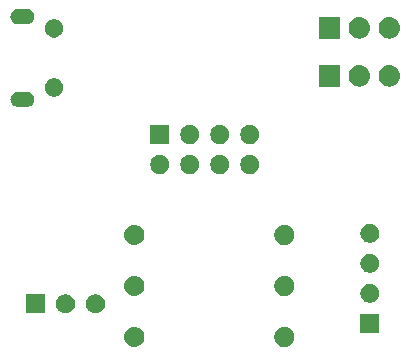
<source format=gbr>
G04 #@! TF.GenerationSoftware,KiCad,Pcbnew,5.1.2*
G04 #@! TF.CreationDate,2019-06-25T15:37:04+02:00*
G04 #@! TF.ProjectId,esp01-tempsensor,65737030-312d-4746-956d-7073656e736f,rev?*
G04 #@! TF.SameCoordinates,Original*
G04 #@! TF.FileFunction,Soldermask,Bot*
G04 #@! TF.FilePolarity,Negative*
%FSLAX46Y46*%
G04 Gerber Fmt 4.6, Leading zero omitted, Abs format (unit mm)*
G04 Created by KiCad (PCBNEW 5.1.2) date 2019-06-25 15:37:04*
%MOMM*%
%LPD*%
G04 APERTURE LIST*
%ADD10C,0.100000*%
G04 APERTURE END LIST*
D10*
G36*
X147314228Y-132023703D02*
G01*
X147469100Y-132087853D01*
X147608481Y-132180985D01*
X147727015Y-132299519D01*
X147820147Y-132438900D01*
X147884297Y-132593772D01*
X147917000Y-132758184D01*
X147917000Y-132925816D01*
X147884297Y-133090228D01*
X147820147Y-133245100D01*
X147727015Y-133384481D01*
X147608481Y-133503015D01*
X147469100Y-133596147D01*
X147314228Y-133660297D01*
X147149816Y-133693000D01*
X146982184Y-133693000D01*
X146817772Y-133660297D01*
X146662900Y-133596147D01*
X146523519Y-133503015D01*
X146404985Y-133384481D01*
X146311853Y-133245100D01*
X146247703Y-133090228D01*
X146215000Y-132925816D01*
X146215000Y-132758184D01*
X146247703Y-132593772D01*
X146311853Y-132438900D01*
X146404985Y-132299519D01*
X146523519Y-132180985D01*
X146662900Y-132087853D01*
X146817772Y-132023703D01*
X146982184Y-131991000D01*
X147149816Y-131991000D01*
X147314228Y-132023703D01*
X147314228Y-132023703D01*
G37*
G36*
X134532823Y-132003313D02*
G01*
X134693242Y-132051976D01*
X134760361Y-132087852D01*
X134841078Y-132130996D01*
X134970659Y-132237341D01*
X135077004Y-132366922D01*
X135077005Y-132366924D01*
X135156024Y-132514758D01*
X135204687Y-132675177D01*
X135221117Y-132842000D01*
X135204687Y-133008823D01*
X135156024Y-133169242D01*
X135115477Y-133245100D01*
X135077004Y-133317078D01*
X134970659Y-133446659D01*
X134841078Y-133553004D01*
X134841076Y-133553005D01*
X134693242Y-133632024D01*
X134532823Y-133680687D01*
X134407804Y-133693000D01*
X134324196Y-133693000D01*
X134199177Y-133680687D01*
X134038758Y-133632024D01*
X133890924Y-133553005D01*
X133890922Y-133553004D01*
X133761341Y-133446659D01*
X133654996Y-133317078D01*
X133616523Y-133245100D01*
X133575976Y-133169242D01*
X133527313Y-133008823D01*
X133510883Y-132842000D01*
X133527313Y-132675177D01*
X133575976Y-132514758D01*
X133654995Y-132366924D01*
X133654996Y-132366922D01*
X133761341Y-132237341D01*
X133890922Y-132130996D01*
X133971639Y-132087852D01*
X134038758Y-132051976D01*
X134199177Y-132003313D01*
X134324196Y-131991000D01*
X134407804Y-131991000D01*
X134532823Y-132003313D01*
X134532823Y-132003313D01*
G37*
G36*
X155106000Y-132500000D02*
G01*
X153504000Y-132500000D01*
X153504000Y-130898000D01*
X155106000Y-130898000D01*
X155106000Y-132500000D01*
X155106000Y-132500000D01*
G37*
G36*
X126795000Y-130859000D02*
G01*
X125173000Y-130859000D01*
X125173000Y-129237000D01*
X126795000Y-129237000D01*
X126795000Y-130859000D01*
X126795000Y-130859000D01*
G37*
G36*
X128760560Y-129268166D02*
G01*
X128871274Y-129314025D01*
X128908153Y-129329301D01*
X128958117Y-129362686D01*
X129040982Y-129418055D01*
X129153945Y-129531018D01*
X129242700Y-129663849D01*
X129303834Y-129811440D01*
X129327262Y-129929218D01*
X129335000Y-129968123D01*
X129335000Y-130127877D01*
X129303834Y-130284560D01*
X129242699Y-130432153D01*
X129153945Y-130564982D01*
X129040982Y-130677945D01*
X128908153Y-130766699D01*
X128908152Y-130766700D01*
X128908151Y-130766700D01*
X128760560Y-130827834D01*
X128603878Y-130859000D01*
X128444122Y-130859000D01*
X128287440Y-130827834D01*
X128139849Y-130766700D01*
X128139848Y-130766700D01*
X128139847Y-130766699D01*
X128007018Y-130677945D01*
X127894055Y-130564982D01*
X127805301Y-130432153D01*
X127744166Y-130284560D01*
X127713000Y-130127877D01*
X127713000Y-129968123D01*
X127720739Y-129929218D01*
X127744166Y-129811440D01*
X127805300Y-129663849D01*
X127894055Y-129531018D01*
X128007018Y-129418055D01*
X128089883Y-129362686D01*
X128139847Y-129329301D01*
X128176727Y-129314025D01*
X128287440Y-129268166D01*
X128444122Y-129237000D01*
X128603878Y-129237000D01*
X128760560Y-129268166D01*
X128760560Y-129268166D01*
G37*
G36*
X131300560Y-129268166D02*
G01*
X131411274Y-129314025D01*
X131448153Y-129329301D01*
X131498117Y-129362686D01*
X131580982Y-129418055D01*
X131693945Y-129531018D01*
X131782700Y-129663849D01*
X131843834Y-129811440D01*
X131867262Y-129929218D01*
X131875000Y-129968123D01*
X131875000Y-130127877D01*
X131843834Y-130284560D01*
X131782699Y-130432153D01*
X131693945Y-130564982D01*
X131580982Y-130677945D01*
X131448153Y-130766699D01*
X131448152Y-130766700D01*
X131448151Y-130766700D01*
X131300560Y-130827834D01*
X131143878Y-130859000D01*
X130984122Y-130859000D01*
X130827440Y-130827834D01*
X130679849Y-130766700D01*
X130679848Y-130766700D01*
X130679847Y-130766699D01*
X130547018Y-130677945D01*
X130434055Y-130564982D01*
X130345301Y-130432153D01*
X130284166Y-130284560D01*
X130253000Y-130127877D01*
X130253000Y-129968123D01*
X130260739Y-129929218D01*
X130284166Y-129811440D01*
X130345300Y-129663849D01*
X130434055Y-129531018D01*
X130547018Y-129418055D01*
X130629883Y-129362686D01*
X130679847Y-129329301D01*
X130716727Y-129314025D01*
X130827440Y-129268166D01*
X130984122Y-129237000D01*
X131143878Y-129237000D01*
X131300560Y-129268166D01*
X131300560Y-129268166D01*
G37*
G36*
X154538642Y-128388781D02*
G01*
X154684414Y-128449162D01*
X154684416Y-128449163D01*
X154815608Y-128536822D01*
X154927178Y-128648392D01*
X155014837Y-128779584D01*
X155014838Y-128779586D01*
X155075219Y-128925358D01*
X155106000Y-129080107D01*
X155106000Y-129237893D01*
X155075219Y-129392642D01*
X155014838Y-129538414D01*
X155014837Y-129538416D01*
X154927178Y-129669608D01*
X154815608Y-129781178D01*
X154684416Y-129868837D01*
X154684415Y-129868838D01*
X154684414Y-129868838D01*
X154538642Y-129929219D01*
X154383893Y-129960000D01*
X154226107Y-129960000D01*
X154071358Y-129929219D01*
X153925586Y-129868838D01*
X153925585Y-129868838D01*
X153925584Y-129868837D01*
X153794392Y-129781178D01*
X153682822Y-129669608D01*
X153595163Y-129538416D01*
X153595162Y-129538414D01*
X153534781Y-129392642D01*
X153504000Y-129237893D01*
X153504000Y-129080107D01*
X153534781Y-128925358D01*
X153595162Y-128779586D01*
X153595163Y-128779584D01*
X153682822Y-128648392D01*
X153794392Y-128536822D01*
X153925584Y-128449163D01*
X153925586Y-128449162D01*
X154071358Y-128388781D01*
X154226107Y-128358000D01*
X154383893Y-128358000D01*
X154538642Y-128388781D01*
X154538642Y-128388781D01*
G37*
G36*
X134532823Y-127685313D02*
G01*
X134693242Y-127733976D01*
X134760361Y-127769852D01*
X134841078Y-127812996D01*
X134970659Y-127919341D01*
X135077004Y-128048922D01*
X135077005Y-128048924D01*
X135156024Y-128196758D01*
X135204687Y-128357177D01*
X135221117Y-128524000D01*
X135204687Y-128690823D01*
X135156024Y-128851242D01*
X135115477Y-128927100D01*
X135077004Y-128999078D01*
X134970659Y-129128659D01*
X134841078Y-129235004D01*
X134841076Y-129235005D01*
X134693242Y-129314024D01*
X134532823Y-129362687D01*
X134407804Y-129375000D01*
X134324196Y-129375000D01*
X134199177Y-129362687D01*
X134038758Y-129314024D01*
X133890924Y-129235005D01*
X133890922Y-129235004D01*
X133761341Y-129128659D01*
X133654996Y-128999078D01*
X133616523Y-128927100D01*
X133575976Y-128851242D01*
X133527313Y-128690823D01*
X133510883Y-128524000D01*
X133527313Y-128357177D01*
X133575976Y-128196758D01*
X133654995Y-128048924D01*
X133654996Y-128048922D01*
X133761341Y-127919341D01*
X133890922Y-127812996D01*
X133971639Y-127769852D01*
X134038758Y-127733976D01*
X134199177Y-127685313D01*
X134324196Y-127673000D01*
X134407804Y-127673000D01*
X134532823Y-127685313D01*
X134532823Y-127685313D01*
G37*
G36*
X147314228Y-127705703D02*
G01*
X147469100Y-127769853D01*
X147608481Y-127862985D01*
X147727015Y-127981519D01*
X147820147Y-128120900D01*
X147884297Y-128275772D01*
X147917000Y-128440184D01*
X147917000Y-128607816D01*
X147884297Y-128772228D01*
X147820147Y-128927100D01*
X147727015Y-129066481D01*
X147608481Y-129185015D01*
X147469100Y-129278147D01*
X147314228Y-129342297D01*
X147149816Y-129375000D01*
X146982184Y-129375000D01*
X146817772Y-129342297D01*
X146662900Y-129278147D01*
X146523519Y-129185015D01*
X146404985Y-129066481D01*
X146311853Y-128927100D01*
X146247703Y-128772228D01*
X146215000Y-128607816D01*
X146215000Y-128440184D01*
X146247703Y-128275772D01*
X146311853Y-128120900D01*
X146404985Y-127981519D01*
X146523519Y-127862985D01*
X146662900Y-127769853D01*
X146817772Y-127705703D01*
X146982184Y-127673000D01*
X147149816Y-127673000D01*
X147314228Y-127705703D01*
X147314228Y-127705703D01*
G37*
G36*
X154538642Y-125848781D02*
G01*
X154684414Y-125909162D01*
X154684416Y-125909163D01*
X154815608Y-125996822D01*
X154927178Y-126108392D01*
X155014837Y-126239584D01*
X155014838Y-126239586D01*
X155075219Y-126385358D01*
X155106000Y-126540107D01*
X155106000Y-126697893D01*
X155075219Y-126852642D01*
X155014838Y-126998414D01*
X155014837Y-126998416D01*
X154927178Y-127129608D01*
X154815608Y-127241178D01*
X154684416Y-127328837D01*
X154684415Y-127328838D01*
X154684414Y-127328838D01*
X154538642Y-127389219D01*
X154383893Y-127420000D01*
X154226107Y-127420000D01*
X154071358Y-127389219D01*
X153925586Y-127328838D01*
X153925585Y-127328838D01*
X153925584Y-127328837D01*
X153794392Y-127241178D01*
X153682822Y-127129608D01*
X153595163Y-126998416D01*
X153595162Y-126998414D01*
X153534781Y-126852642D01*
X153504000Y-126697893D01*
X153504000Y-126540107D01*
X153534781Y-126385358D01*
X153595162Y-126239586D01*
X153595163Y-126239584D01*
X153682822Y-126108392D01*
X153794392Y-125996822D01*
X153925584Y-125909163D01*
X153925586Y-125909162D01*
X154071358Y-125848781D01*
X154226107Y-125818000D01*
X154383893Y-125818000D01*
X154538642Y-125848781D01*
X154538642Y-125848781D01*
G37*
G36*
X134532823Y-123367313D02*
G01*
X134693242Y-123415976D01*
X134760361Y-123451852D01*
X134841078Y-123494996D01*
X134970659Y-123601341D01*
X135077004Y-123730922D01*
X135077005Y-123730924D01*
X135156024Y-123878758D01*
X135204687Y-124039177D01*
X135221117Y-124206000D01*
X135204687Y-124372823D01*
X135156024Y-124533242D01*
X135115477Y-124609100D01*
X135077004Y-124681078D01*
X134970659Y-124810659D01*
X134841078Y-124917004D01*
X134841076Y-124917005D01*
X134693242Y-124996024D01*
X134532823Y-125044687D01*
X134407804Y-125057000D01*
X134324196Y-125057000D01*
X134199177Y-125044687D01*
X134038758Y-124996024D01*
X133890924Y-124917005D01*
X133890922Y-124917004D01*
X133761341Y-124810659D01*
X133654996Y-124681078D01*
X133616523Y-124609100D01*
X133575976Y-124533242D01*
X133527313Y-124372823D01*
X133510883Y-124206000D01*
X133527313Y-124039177D01*
X133575976Y-123878758D01*
X133654995Y-123730924D01*
X133654996Y-123730922D01*
X133761341Y-123601341D01*
X133890922Y-123494996D01*
X133971639Y-123451852D01*
X134038758Y-123415976D01*
X134199177Y-123367313D01*
X134324196Y-123355000D01*
X134407804Y-123355000D01*
X134532823Y-123367313D01*
X134532823Y-123367313D01*
G37*
G36*
X147314228Y-123387703D02*
G01*
X147469100Y-123451853D01*
X147608481Y-123544985D01*
X147727015Y-123663519D01*
X147820147Y-123802900D01*
X147884297Y-123957772D01*
X147917000Y-124122184D01*
X147917000Y-124289816D01*
X147884297Y-124454228D01*
X147820147Y-124609100D01*
X147727015Y-124748481D01*
X147608481Y-124867015D01*
X147469100Y-124960147D01*
X147314228Y-125024297D01*
X147149816Y-125057000D01*
X146982184Y-125057000D01*
X146817772Y-125024297D01*
X146662900Y-124960147D01*
X146523519Y-124867015D01*
X146404985Y-124748481D01*
X146311853Y-124609100D01*
X146247703Y-124454228D01*
X146215000Y-124289816D01*
X146215000Y-124122184D01*
X146247703Y-123957772D01*
X146311853Y-123802900D01*
X146404985Y-123663519D01*
X146523519Y-123544985D01*
X146662900Y-123451853D01*
X146817772Y-123387703D01*
X146982184Y-123355000D01*
X147149816Y-123355000D01*
X147314228Y-123387703D01*
X147314228Y-123387703D01*
G37*
G36*
X154538642Y-123308781D02*
G01*
X154684414Y-123369162D01*
X154684416Y-123369163D01*
X154815608Y-123456822D01*
X154927178Y-123568392D01*
X154990739Y-123663519D01*
X155014838Y-123699586D01*
X155075219Y-123845358D01*
X155106000Y-124000107D01*
X155106000Y-124157893D01*
X155075219Y-124312642D01*
X155050291Y-124372823D01*
X155014837Y-124458416D01*
X154927178Y-124589608D01*
X154815608Y-124701178D01*
X154684416Y-124788837D01*
X154684415Y-124788838D01*
X154684414Y-124788838D01*
X154538642Y-124849219D01*
X154383893Y-124880000D01*
X154226107Y-124880000D01*
X154071358Y-124849219D01*
X153925586Y-124788838D01*
X153925585Y-124788838D01*
X153925584Y-124788837D01*
X153794392Y-124701178D01*
X153682822Y-124589608D01*
X153595163Y-124458416D01*
X153559709Y-124372823D01*
X153534781Y-124312642D01*
X153504000Y-124157893D01*
X153504000Y-124000107D01*
X153534781Y-123845358D01*
X153595162Y-123699586D01*
X153619261Y-123663519D01*
X153682822Y-123568392D01*
X153794392Y-123456822D01*
X153925584Y-123369163D01*
X153925586Y-123369162D01*
X154071358Y-123308781D01*
X154226107Y-123278000D01*
X154383893Y-123278000D01*
X154538642Y-123308781D01*
X154538642Y-123308781D01*
G37*
G36*
X141842142Y-117455242D02*
G01*
X141990101Y-117516529D01*
X142123255Y-117605499D01*
X142236501Y-117718745D01*
X142325471Y-117851899D01*
X142386758Y-117999858D01*
X142418000Y-118156925D01*
X142418000Y-118317075D01*
X142386758Y-118474142D01*
X142325471Y-118622101D01*
X142236501Y-118755255D01*
X142123255Y-118868501D01*
X141990101Y-118957471D01*
X141842142Y-119018758D01*
X141685075Y-119050000D01*
X141524925Y-119050000D01*
X141367858Y-119018758D01*
X141219899Y-118957471D01*
X141086745Y-118868501D01*
X140973499Y-118755255D01*
X140884529Y-118622101D01*
X140823242Y-118474142D01*
X140792000Y-118317075D01*
X140792000Y-118156925D01*
X140823242Y-117999858D01*
X140884529Y-117851899D01*
X140973499Y-117718745D01*
X141086745Y-117605499D01*
X141219899Y-117516529D01*
X141367858Y-117455242D01*
X141524925Y-117424000D01*
X141685075Y-117424000D01*
X141842142Y-117455242D01*
X141842142Y-117455242D01*
G37*
G36*
X144382142Y-117455242D02*
G01*
X144530101Y-117516529D01*
X144663255Y-117605499D01*
X144776501Y-117718745D01*
X144865471Y-117851899D01*
X144926758Y-117999858D01*
X144958000Y-118156925D01*
X144958000Y-118317075D01*
X144926758Y-118474142D01*
X144865471Y-118622101D01*
X144776501Y-118755255D01*
X144663255Y-118868501D01*
X144530101Y-118957471D01*
X144382142Y-119018758D01*
X144225075Y-119050000D01*
X144064925Y-119050000D01*
X143907858Y-119018758D01*
X143759899Y-118957471D01*
X143626745Y-118868501D01*
X143513499Y-118755255D01*
X143424529Y-118622101D01*
X143363242Y-118474142D01*
X143332000Y-118317075D01*
X143332000Y-118156925D01*
X143363242Y-117999858D01*
X143424529Y-117851899D01*
X143513499Y-117718745D01*
X143626745Y-117605499D01*
X143759899Y-117516529D01*
X143907858Y-117455242D01*
X144064925Y-117424000D01*
X144225075Y-117424000D01*
X144382142Y-117455242D01*
X144382142Y-117455242D01*
G37*
G36*
X139302142Y-117455242D02*
G01*
X139450101Y-117516529D01*
X139583255Y-117605499D01*
X139696501Y-117718745D01*
X139785471Y-117851899D01*
X139846758Y-117999858D01*
X139878000Y-118156925D01*
X139878000Y-118317075D01*
X139846758Y-118474142D01*
X139785471Y-118622101D01*
X139696501Y-118755255D01*
X139583255Y-118868501D01*
X139450101Y-118957471D01*
X139302142Y-119018758D01*
X139145075Y-119050000D01*
X138984925Y-119050000D01*
X138827858Y-119018758D01*
X138679899Y-118957471D01*
X138546745Y-118868501D01*
X138433499Y-118755255D01*
X138344529Y-118622101D01*
X138283242Y-118474142D01*
X138252000Y-118317075D01*
X138252000Y-118156925D01*
X138283242Y-117999858D01*
X138344529Y-117851899D01*
X138433499Y-117718745D01*
X138546745Y-117605499D01*
X138679899Y-117516529D01*
X138827858Y-117455242D01*
X138984925Y-117424000D01*
X139145075Y-117424000D01*
X139302142Y-117455242D01*
X139302142Y-117455242D01*
G37*
G36*
X136762142Y-117455242D02*
G01*
X136910101Y-117516529D01*
X137043255Y-117605499D01*
X137156501Y-117718745D01*
X137245471Y-117851899D01*
X137306758Y-117999858D01*
X137338000Y-118156925D01*
X137338000Y-118317075D01*
X137306758Y-118474142D01*
X137245471Y-118622101D01*
X137156501Y-118755255D01*
X137043255Y-118868501D01*
X136910101Y-118957471D01*
X136762142Y-119018758D01*
X136605075Y-119050000D01*
X136444925Y-119050000D01*
X136287858Y-119018758D01*
X136139899Y-118957471D01*
X136006745Y-118868501D01*
X135893499Y-118755255D01*
X135804529Y-118622101D01*
X135743242Y-118474142D01*
X135712000Y-118317075D01*
X135712000Y-118156925D01*
X135743242Y-117999858D01*
X135804529Y-117851899D01*
X135893499Y-117718745D01*
X136006745Y-117605499D01*
X136139899Y-117516529D01*
X136287858Y-117455242D01*
X136444925Y-117424000D01*
X136605075Y-117424000D01*
X136762142Y-117455242D01*
X136762142Y-117455242D01*
G37*
G36*
X144382142Y-114915242D02*
G01*
X144530101Y-114976529D01*
X144663255Y-115065499D01*
X144776501Y-115178745D01*
X144865471Y-115311899D01*
X144926758Y-115459858D01*
X144958000Y-115616925D01*
X144958000Y-115777075D01*
X144926758Y-115934142D01*
X144865471Y-116082101D01*
X144776501Y-116215255D01*
X144663255Y-116328501D01*
X144530101Y-116417471D01*
X144382142Y-116478758D01*
X144225075Y-116510000D01*
X144064925Y-116510000D01*
X143907858Y-116478758D01*
X143759899Y-116417471D01*
X143626745Y-116328501D01*
X143513499Y-116215255D01*
X143424529Y-116082101D01*
X143363242Y-115934142D01*
X143332000Y-115777075D01*
X143332000Y-115616925D01*
X143363242Y-115459858D01*
X143424529Y-115311899D01*
X143513499Y-115178745D01*
X143626745Y-115065499D01*
X143759899Y-114976529D01*
X143907858Y-114915242D01*
X144064925Y-114884000D01*
X144225075Y-114884000D01*
X144382142Y-114915242D01*
X144382142Y-114915242D01*
G37*
G36*
X141842142Y-114915242D02*
G01*
X141990101Y-114976529D01*
X142123255Y-115065499D01*
X142236501Y-115178745D01*
X142325471Y-115311899D01*
X142386758Y-115459858D01*
X142418000Y-115616925D01*
X142418000Y-115777075D01*
X142386758Y-115934142D01*
X142325471Y-116082101D01*
X142236501Y-116215255D01*
X142123255Y-116328501D01*
X141990101Y-116417471D01*
X141842142Y-116478758D01*
X141685075Y-116510000D01*
X141524925Y-116510000D01*
X141367858Y-116478758D01*
X141219899Y-116417471D01*
X141086745Y-116328501D01*
X140973499Y-116215255D01*
X140884529Y-116082101D01*
X140823242Y-115934142D01*
X140792000Y-115777075D01*
X140792000Y-115616925D01*
X140823242Y-115459858D01*
X140884529Y-115311899D01*
X140973499Y-115178745D01*
X141086745Y-115065499D01*
X141219899Y-114976529D01*
X141367858Y-114915242D01*
X141524925Y-114884000D01*
X141685075Y-114884000D01*
X141842142Y-114915242D01*
X141842142Y-114915242D01*
G37*
G36*
X139302142Y-114915242D02*
G01*
X139450101Y-114976529D01*
X139583255Y-115065499D01*
X139696501Y-115178745D01*
X139785471Y-115311899D01*
X139846758Y-115459858D01*
X139878000Y-115616925D01*
X139878000Y-115777075D01*
X139846758Y-115934142D01*
X139785471Y-116082101D01*
X139696501Y-116215255D01*
X139583255Y-116328501D01*
X139450101Y-116417471D01*
X139302142Y-116478758D01*
X139145075Y-116510000D01*
X138984925Y-116510000D01*
X138827858Y-116478758D01*
X138679899Y-116417471D01*
X138546745Y-116328501D01*
X138433499Y-116215255D01*
X138344529Y-116082101D01*
X138283242Y-115934142D01*
X138252000Y-115777075D01*
X138252000Y-115616925D01*
X138283242Y-115459858D01*
X138344529Y-115311899D01*
X138433499Y-115178745D01*
X138546745Y-115065499D01*
X138679899Y-114976529D01*
X138827858Y-114915242D01*
X138984925Y-114884000D01*
X139145075Y-114884000D01*
X139302142Y-114915242D01*
X139302142Y-114915242D01*
G37*
G36*
X137338000Y-116510000D02*
G01*
X135712000Y-116510000D01*
X135712000Y-114884000D01*
X137338000Y-114884000D01*
X137338000Y-116510000D01*
X137338000Y-116510000D01*
G37*
G36*
X125285855Y-112072140D02*
G01*
X125349618Y-112078420D01*
X125440404Y-112105960D01*
X125472336Y-112115646D01*
X125585425Y-112176094D01*
X125684554Y-112257446D01*
X125765906Y-112356575D01*
X125826354Y-112469664D01*
X125826355Y-112469668D01*
X125863580Y-112592382D01*
X125876149Y-112720000D01*
X125863580Y-112847618D01*
X125836040Y-112938404D01*
X125826354Y-112970336D01*
X125765906Y-113083425D01*
X125684554Y-113182554D01*
X125585425Y-113263906D01*
X125472336Y-113324354D01*
X125440404Y-113334040D01*
X125349618Y-113361580D01*
X125285855Y-113367860D01*
X125253974Y-113371000D01*
X124490026Y-113371000D01*
X124458145Y-113367860D01*
X124394382Y-113361580D01*
X124303596Y-113334040D01*
X124271664Y-113324354D01*
X124158575Y-113263906D01*
X124059446Y-113182554D01*
X123978094Y-113083425D01*
X123917646Y-112970336D01*
X123907960Y-112938404D01*
X123880420Y-112847618D01*
X123867851Y-112720000D01*
X123880420Y-112592382D01*
X123917645Y-112469668D01*
X123917646Y-112469664D01*
X123978094Y-112356575D01*
X124059446Y-112257446D01*
X124158575Y-112176094D01*
X124271664Y-112115646D01*
X124303596Y-112105960D01*
X124394382Y-112078420D01*
X124458145Y-112072140D01*
X124490026Y-112069000D01*
X125253974Y-112069000D01*
X125285855Y-112072140D01*
X125285855Y-112072140D01*
G37*
G36*
X127798348Y-110973820D02*
G01*
X127798350Y-110973821D01*
X127798351Y-110973821D01*
X127939574Y-111032317D01*
X127939577Y-111032319D01*
X128066669Y-111117239D01*
X128174761Y-111225331D01*
X128259681Y-111352423D01*
X128259683Y-111352426D01*
X128272838Y-111384186D01*
X128318180Y-111493652D01*
X128345691Y-111631963D01*
X128348000Y-111643571D01*
X128348000Y-111796429D01*
X128318179Y-111946351D01*
X128259683Y-112087574D01*
X128259681Y-112087577D01*
X128174761Y-112214669D01*
X128066669Y-112322761D01*
X127939577Y-112407681D01*
X127939574Y-112407683D01*
X127798351Y-112466179D01*
X127798350Y-112466179D01*
X127798348Y-112466180D01*
X127648431Y-112496000D01*
X127495569Y-112496000D01*
X127345652Y-112466180D01*
X127345650Y-112466179D01*
X127345649Y-112466179D01*
X127204426Y-112407683D01*
X127204423Y-112407681D01*
X127077331Y-112322761D01*
X126969239Y-112214669D01*
X126884319Y-112087577D01*
X126884317Y-112087574D01*
X126825821Y-111946351D01*
X126796000Y-111796429D01*
X126796000Y-111643571D01*
X126798309Y-111631963D01*
X126825820Y-111493652D01*
X126871162Y-111384186D01*
X126884317Y-111352426D01*
X126884319Y-111352423D01*
X126969239Y-111225331D01*
X127077331Y-111117239D01*
X127204423Y-111032319D01*
X127204426Y-111032317D01*
X127345649Y-110973821D01*
X127345650Y-110973821D01*
X127345652Y-110973820D01*
X127495569Y-110944000D01*
X127648431Y-110944000D01*
X127798348Y-110973820D01*
X127798348Y-110973820D01*
G37*
G36*
X156066443Y-109849519D02*
G01*
X156132627Y-109856037D01*
X156302466Y-109907557D01*
X156458991Y-109991222D01*
X156494729Y-110020552D01*
X156596186Y-110103814D01*
X156679448Y-110205271D01*
X156708778Y-110241009D01*
X156792443Y-110397534D01*
X156843963Y-110567373D01*
X156861359Y-110744000D01*
X156843963Y-110920627D01*
X156792443Y-111090466D01*
X156708778Y-111246991D01*
X156679448Y-111282729D01*
X156596186Y-111384186D01*
X156494729Y-111467448D01*
X156458991Y-111496778D01*
X156302466Y-111580443D01*
X156132627Y-111631963D01*
X156066443Y-111638481D01*
X156000260Y-111645000D01*
X155911740Y-111645000D01*
X155845557Y-111638481D01*
X155779373Y-111631963D01*
X155609534Y-111580443D01*
X155453009Y-111496778D01*
X155417271Y-111467448D01*
X155315814Y-111384186D01*
X155232552Y-111282729D01*
X155203222Y-111246991D01*
X155119557Y-111090466D01*
X155068037Y-110920627D01*
X155050641Y-110744000D01*
X155068037Y-110567373D01*
X155119557Y-110397534D01*
X155203222Y-110241009D01*
X155232552Y-110205271D01*
X155315814Y-110103814D01*
X155417271Y-110020552D01*
X155453009Y-109991222D01*
X155609534Y-109907557D01*
X155779373Y-109856037D01*
X155845557Y-109849519D01*
X155911740Y-109843000D01*
X156000260Y-109843000D01*
X156066443Y-109849519D01*
X156066443Y-109849519D01*
G37*
G36*
X153526443Y-109849519D02*
G01*
X153592627Y-109856037D01*
X153762466Y-109907557D01*
X153918991Y-109991222D01*
X153954729Y-110020552D01*
X154056186Y-110103814D01*
X154139448Y-110205271D01*
X154168778Y-110241009D01*
X154252443Y-110397534D01*
X154303963Y-110567373D01*
X154321359Y-110744000D01*
X154303963Y-110920627D01*
X154252443Y-111090466D01*
X154168778Y-111246991D01*
X154139448Y-111282729D01*
X154056186Y-111384186D01*
X153954729Y-111467448D01*
X153918991Y-111496778D01*
X153762466Y-111580443D01*
X153592627Y-111631963D01*
X153526443Y-111638481D01*
X153460260Y-111645000D01*
X153371740Y-111645000D01*
X153305557Y-111638481D01*
X153239373Y-111631963D01*
X153069534Y-111580443D01*
X152913009Y-111496778D01*
X152877271Y-111467448D01*
X152775814Y-111384186D01*
X152692552Y-111282729D01*
X152663222Y-111246991D01*
X152579557Y-111090466D01*
X152528037Y-110920627D01*
X152510641Y-110744000D01*
X152528037Y-110567373D01*
X152579557Y-110397534D01*
X152663222Y-110241009D01*
X152692552Y-110205271D01*
X152775814Y-110103814D01*
X152877271Y-110020552D01*
X152913009Y-109991222D01*
X153069534Y-109907557D01*
X153239373Y-109856037D01*
X153305557Y-109849519D01*
X153371740Y-109843000D01*
X153460260Y-109843000D01*
X153526443Y-109849519D01*
X153526443Y-109849519D01*
G37*
G36*
X151777000Y-111645000D02*
G01*
X149975000Y-111645000D01*
X149975000Y-109843000D01*
X151777000Y-109843000D01*
X151777000Y-111645000D01*
X151777000Y-111645000D01*
G37*
G36*
X156066443Y-105785519D02*
G01*
X156132627Y-105792037D01*
X156302466Y-105843557D01*
X156458991Y-105927222D01*
X156479435Y-105944000D01*
X156596186Y-106039814D01*
X156679448Y-106141271D01*
X156708778Y-106177009D01*
X156792443Y-106333534D01*
X156843963Y-106503373D01*
X156861359Y-106680000D01*
X156843963Y-106856627D01*
X156792443Y-107026466D01*
X156708778Y-107182991D01*
X156682780Y-107214669D01*
X156596186Y-107320186D01*
X156494729Y-107403448D01*
X156458991Y-107432778D01*
X156302466Y-107516443D01*
X156132627Y-107567963D01*
X156066443Y-107574481D01*
X156000260Y-107581000D01*
X155911740Y-107581000D01*
X155845557Y-107574481D01*
X155779373Y-107567963D01*
X155609534Y-107516443D01*
X155453009Y-107432778D01*
X155417271Y-107403448D01*
X155315814Y-107320186D01*
X155229220Y-107214669D01*
X155203222Y-107182991D01*
X155119557Y-107026466D01*
X155068037Y-106856627D01*
X155050641Y-106680000D01*
X155068037Y-106503373D01*
X155119557Y-106333534D01*
X155203222Y-106177009D01*
X155232552Y-106141271D01*
X155315814Y-106039814D01*
X155432565Y-105944000D01*
X155453009Y-105927222D01*
X155609534Y-105843557D01*
X155779373Y-105792037D01*
X155845557Y-105785519D01*
X155911740Y-105779000D01*
X156000260Y-105779000D01*
X156066443Y-105785519D01*
X156066443Y-105785519D01*
G37*
G36*
X151777000Y-107581000D02*
G01*
X149975000Y-107581000D01*
X149975000Y-105779000D01*
X151777000Y-105779000D01*
X151777000Y-107581000D01*
X151777000Y-107581000D01*
G37*
G36*
X153526443Y-105785519D02*
G01*
X153592627Y-105792037D01*
X153762466Y-105843557D01*
X153918991Y-105927222D01*
X153939435Y-105944000D01*
X154056186Y-106039814D01*
X154139448Y-106141271D01*
X154168778Y-106177009D01*
X154252443Y-106333534D01*
X154303963Y-106503373D01*
X154321359Y-106680000D01*
X154303963Y-106856627D01*
X154252443Y-107026466D01*
X154168778Y-107182991D01*
X154142780Y-107214669D01*
X154056186Y-107320186D01*
X153954729Y-107403448D01*
X153918991Y-107432778D01*
X153762466Y-107516443D01*
X153592627Y-107567963D01*
X153526443Y-107574481D01*
X153460260Y-107581000D01*
X153371740Y-107581000D01*
X153305557Y-107574481D01*
X153239373Y-107567963D01*
X153069534Y-107516443D01*
X152913009Y-107432778D01*
X152877271Y-107403448D01*
X152775814Y-107320186D01*
X152689220Y-107214669D01*
X152663222Y-107182991D01*
X152579557Y-107026466D01*
X152528037Y-106856627D01*
X152510641Y-106680000D01*
X152528037Y-106503373D01*
X152579557Y-106333534D01*
X152663222Y-106177009D01*
X152692552Y-106141271D01*
X152775814Y-106039814D01*
X152892565Y-105944000D01*
X152913009Y-105927222D01*
X153069534Y-105843557D01*
X153239373Y-105792037D01*
X153305557Y-105785519D01*
X153371740Y-105779000D01*
X153460260Y-105779000D01*
X153526443Y-105785519D01*
X153526443Y-105785519D01*
G37*
G36*
X127798348Y-105973820D02*
G01*
X127798350Y-105973821D01*
X127798351Y-105973821D01*
X127939574Y-106032317D01*
X127939577Y-106032319D01*
X128066669Y-106117239D01*
X128174761Y-106225331D01*
X128247058Y-106333532D01*
X128259683Y-106352426D01*
X128318179Y-106493649D01*
X128318180Y-106493652D01*
X128348000Y-106643569D01*
X128348000Y-106796431D01*
X128336027Y-106856625D01*
X128318179Y-106946351D01*
X128259683Y-107087574D01*
X128259681Y-107087577D01*
X128174761Y-107214669D01*
X128066669Y-107322761D01*
X127939577Y-107407681D01*
X127939574Y-107407683D01*
X127798351Y-107466179D01*
X127798350Y-107466179D01*
X127798348Y-107466180D01*
X127648431Y-107496000D01*
X127495569Y-107496000D01*
X127345652Y-107466180D01*
X127345650Y-107466179D01*
X127345649Y-107466179D01*
X127204426Y-107407683D01*
X127204423Y-107407681D01*
X127077331Y-107322761D01*
X126969239Y-107214669D01*
X126884319Y-107087577D01*
X126884317Y-107087574D01*
X126825821Y-106946351D01*
X126807974Y-106856625D01*
X126796000Y-106796431D01*
X126796000Y-106643569D01*
X126825820Y-106493652D01*
X126825821Y-106493649D01*
X126884317Y-106352426D01*
X126896942Y-106333532D01*
X126969239Y-106225331D01*
X127077331Y-106117239D01*
X127204423Y-106032319D01*
X127204426Y-106032317D01*
X127345649Y-105973821D01*
X127345650Y-105973821D01*
X127345652Y-105973820D01*
X127495569Y-105944000D01*
X127648431Y-105944000D01*
X127798348Y-105973820D01*
X127798348Y-105973820D01*
G37*
G36*
X125285855Y-105072140D02*
G01*
X125349618Y-105078420D01*
X125440404Y-105105960D01*
X125472336Y-105115646D01*
X125585425Y-105176094D01*
X125684554Y-105257446D01*
X125765906Y-105356575D01*
X125826354Y-105469664D01*
X125826355Y-105469668D01*
X125863580Y-105592382D01*
X125876149Y-105720000D01*
X125863580Y-105847618D01*
X125839433Y-105927221D01*
X125826354Y-105970336D01*
X125765906Y-106083425D01*
X125684554Y-106182554D01*
X125585425Y-106263906D01*
X125472336Y-106324354D01*
X125442080Y-106333532D01*
X125349618Y-106361580D01*
X125285855Y-106367860D01*
X125253974Y-106371000D01*
X124490026Y-106371000D01*
X124458145Y-106367860D01*
X124394382Y-106361580D01*
X124301920Y-106333532D01*
X124271664Y-106324354D01*
X124158575Y-106263906D01*
X124059446Y-106182554D01*
X123978094Y-106083425D01*
X123917646Y-105970336D01*
X123904567Y-105927221D01*
X123880420Y-105847618D01*
X123867851Y-105720000D01*
X123880420Y-105592382D01*
X123917645Y-105469668D01*
X123917646Y-105469664D01*
X123978094Y-105356575D01*
X124059446Y-105257446D01*
X124158575Y-105176094D01*
X124271664Y-105115646D01*
X124303596Y-105105960D01*
X124394382Y-105078420D01*
X124458145Y-105072140D01*
X124490026Y-105069000D01*
X125253974Y-105069000D01*
X125285855Y-105072140D01*
X125285855Y-105072140D01*
G37*
M02*

</source>
